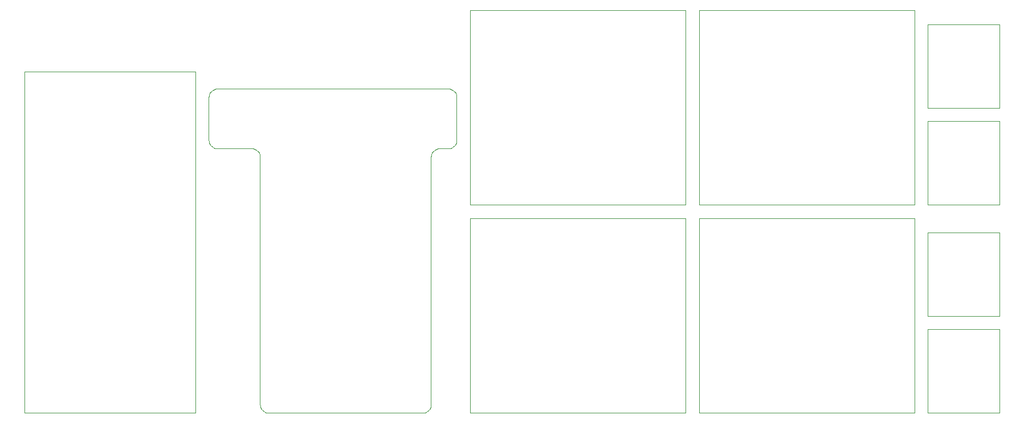
<source format=gko>
%MOIN*%
%OFA0B0*%
%FSLAX44Y44*%
%IPPOS*%
%LPD*%
%ADD10C,0*%
D10*
X00000000Y00000000D02*
X00000000Y00000000D01*
X00010000Y00000000D01*
X00010000Y00020000D01*
X00000000Y00020000D01*
X00000000Y00000000D01*
X00052846Y00017891D02*
X00052846Y00017891D01*
X00057046Y00017891D01*
X00057046Y00022791D01*
X00052846Y00022791D01*
X00052846Y00017891D01*
X00052846Y00012204D02*
X00052846Y00012204D01*
X00057046Y00012204D01*
X00057046Y00017104D01*
X00052846Y00017104D01*
X00052846Y00012204D01*
X00052846Y00005687D02*
X00052846Y00005687D01*
X00057046Y00005687D01*
X00057046Y00010587D01*
X00052846Y00010587D01*
X00052846Y00005687D01*
X00052846Y00000000D02*
X00052846Y00000000D01*
X00057046Y00000000D01*
X00057046Y00004900D01*
X00052846Y00004900D01*
X00052846Y00000000D01*
X00014287Y00000000D02*
X00014287Y00000000D01*
X00023287Y00000000D01*
X00023365Y00000006D01*
X00023441Y00000024D01*
X00023514Y00000054D01*
X00023581Y00000095D01*
X00023640Y00000146D01*
X00023691Y00000206D01*
X00023732Y00000273D01*
X00023762Y00000345D01*
X00023781Y00000421D01*
X00023787Y00000500D01*
X00023787Y00014999D01*
X00023793Y00015078D01*
X00023811Y00015154D01*
X00023841Y00015226D01*
X00023882Y00015293D01*
X00023933Y00015353D01*
X00023993Y00015404D01*
X00024060Y00015445D01*
X00024132Y00015475D01*
X00024209Y00015493D01*
X00024287Y00015500D01*
X00024787Y00015500D01*
X00024865Y00015506D01*
X00024941Y00015524D01*
X00025014Y00015554D01*
X00025081Y00015595D01*
X00025140Y00015646D01*
X00025191Y00015706D01*
X00025232Y00015773D01*
X00025262Y00015845D01*
X00025281Y00015921D01*
X00025287Y00015999D01*
X00025287Y00018499D01*
X00025281Y00018578D01*
X00025262Y00018654D01*
X00025232Y00018726D01*
X00025191Y00018793D01*
X00025140Y00018853D01*
X00025081Y00018904D01*
X00025014Y00018945D01*
X00024941Y00018975D01*
X00024865Y00018993D01*
X00024787Y00019000D01*
X00011287Y00019000D01*
X00011209Y00018993D01*
X00011132Y00018975D01*
X00011060Y00018945D01*
X00010993Y00018904D01*
X00010933Y00018853D01*
X00010882Y00018793D01*
X00010841Y00018726D01*
X00010811Y00018654D01*
X00010793Y00018578D01*
X00010787Y00018499D01*
X00010787Y00015999D01*
X00010793Y00015921D01*
X00010811Y00015845D01*
X00010841Y00015773D01*
X00010882Y00015706D01*
X00010933Y00015646D01*
X00010993Y00015595D01*
X00011060Y00015554D01*
X00011132Y00015524D01*
X00011209Y00015506D01*
X00011287Y00015500D01*
X00013287Y00015500D01*
X00013365Y00015493D01*
X00013441Y00015475D01*
X00013514Y00015445D01*
X00013581Y00015404D01*
X00013640Y00015353D01*
X00013691Y00015293D01*
X00013732Y00015226D01*
X00013762Y00015154D01*
X00013781Y00015078D01*
X00013787Y00014999D01*
X00013787Y00000500D01*
X00013793Y00000421D01*
X00013811Y00000345D01*
X00013841Y00000273D01*
X00013882Y00000206D01*
X00013933Y00000146D01*
X00013993Y00000095D01*
X00014060Y00000054D01*
X00014132Y00000024D01*
X00014209Y00000006D01*
X00014287Y00000000D01*
X00039460Y00012204D02*
X00039460Y00012204D01*
X00052059Y00012204D01*
X00052059Y00023621D01*
X00039460Y00023621D01*
X00039460Y00012204D01*
X00039460Y00000000D02*
X00039460Y00000000D01*
X00052059Y00000000D01*
X00052059Y00011416D01*
X00039460Y00011416D01*
X00039460Y00000000D01*
X00026074Y00012204D02*
X00026074Y00012204D01*
X00038673Y00012204D01*
X00038673Y00023621D01*
X00026074Y00023621D01*
X00026074Y00012204D01*
X00026074Y00000000D02*
X00026074Y00000000D01*
X00038673Y00000000D01*
X00038673Y00011416D01*
X00026074Y00011416D01*
X00026074Y00000000D01*
M02*
</source>
